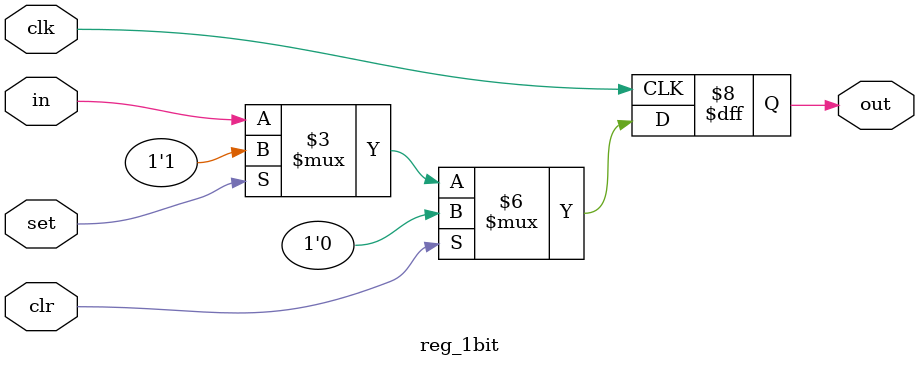
<source format=v>
module reg_1bit(in, clk, set, clr, out);
    input in, clk, set, clr;
    output reg out;

    always @(posedge clk) begin
        if (clr)
            out <= 1'b0;
        else if (set)
            out <= 1'b1;
        else
            out <= in;
    end
endmodule
</source>
